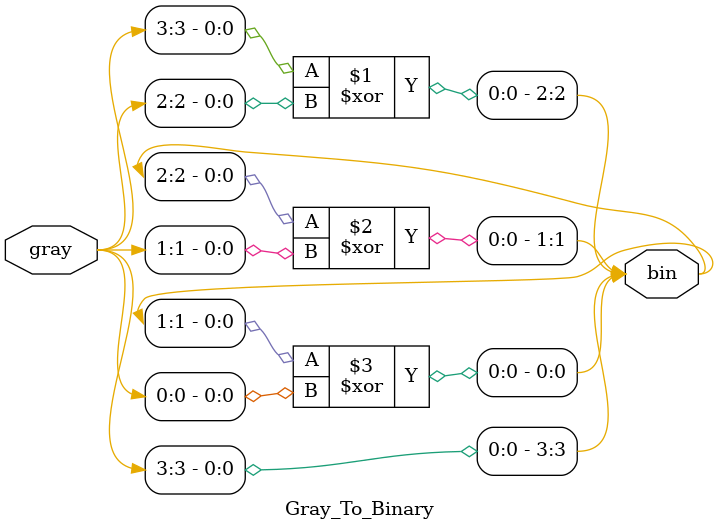
<source format=v>
`timescale 1ns / 1ps


module Gray_To_Binary #(
        parameter N = 4)(
        input [N-1:0] gray, //input gray
        output [N-1:0] bin //output binario
    );
    
    assign bin[N-1] = gray[N-1];
    
    genvar i;
    generate
    for(i = N-2; i >= 0; i = i-1) begin: Gray_To_Binary
        assign bin[i] = bin[i+1] ^ gray[i];
    end
    endgenerate
 
endmodule

</source>
